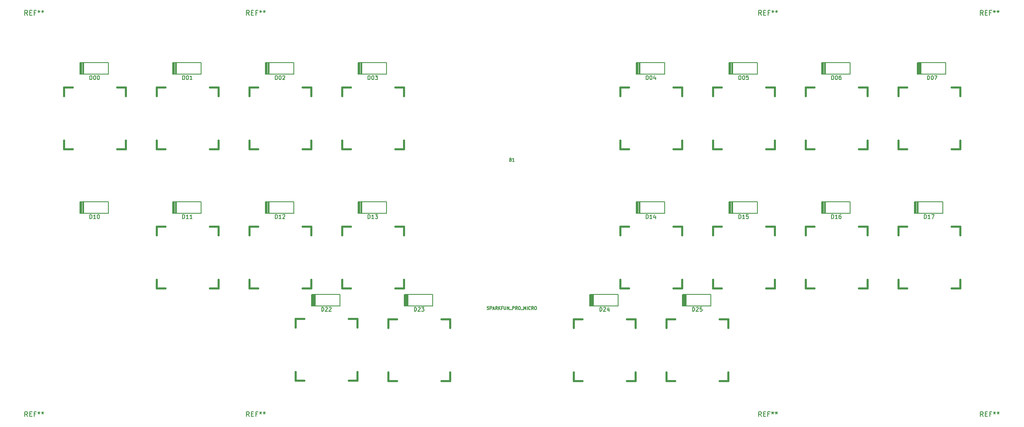
<source format=gbr>
%TF.GenerationSoftware,KiCad,Pcbnew,(5.1.10)-1*%
%TF.CreationDate,2021-10-15T02:03:15+09:00*%
%TF.ProjectId,orca_keyboard,6f726361-5f6b-4657-9962-6f6172642e6b,rev?*%
%TF.SameCoordinates,Original*%
%TF.FileFunction,Legend,Top*%
%TF.FilePolarity,Positive*%
%FSLAX46Y46*%
G04 Gerber Fmt 4.6, Leading zero omitted, Abs format (unit mm)*
G04 Created by KiCad (PCBNEW (5.1.10)-1) date 2021-10-15 02:03:15*
%MOMM*%
%LPD*%
G01*
G04 APERTURE LIST*
%ADD10C,0.200000*%
%ADD11C,0.381000*%
%ADD12C,0.150000*%
%ADD13C,0.127000*%
G04 APERTURE END LIST*
D10*
%TO.C,D00*%
X14235000Y80575000D02*
X14235000Y78175000D01*
X14060000Y80575000D02*
X14060000Y78175000D01*
X13885000Y80575000D02*
X13885000Y78175000D01*
X13485000Y78175000D02*
X13485000Y80575000D01*
X13710000Y80575000D02*
X13710000Y78175000D01*
X13585000Y80575000D02*
X13585000Y78175000D01*
X13510000Y80575000D02*
X19310000Y80575000D01*
X19310000Y80575000D02*
X19310000Y78175000D01*
X19310000Y78175000D02*
X13510000Y78175000D01*
%TO.C,D01*%
X38360000Y78175000D02*
X32560000Y78175000D01*
X38360000Y80575000D02*
X38360000Y78175000D01*
X32560000Y80575000D02*
X38360000Y80575000D01*
X32635000Y80575000D02*
X32635000Y78175000D01*
X32760000Y80575000D02*
X32760000Y78175000D01*
X32535000Y78175000D02*
X32535000Y80575000D01*
X32935000Y80575000D02*
X32935000Y78175000D01*
X33110000Y80575000D02*
X33110000Y78175000D01*
X33285000Y80575000D02*
X33285000Y78175000D01*
%TO.C,D02*%
X52335000Y80575000D02*
X52335000Y78175000D01*
X52160000Y80575000D02*
X52160000Y78175000D01*
X51985000Y80575000D02*
X51985000Y78175000D01*
X51585000Y78175000D02*
X51585000Y80575000D01*
X51810000Y80575000D02*
X51810000Y78175000D01*
X51685000Y80575000D02*
X51685000Y78175000D01*
X51610000Y80575000D02*
X57410000Y80575000D01*
X57410000Y80575000D02*
X57410000Y78175000D01*
X57410000Y78175000D02*
X51610000Y78175000D01*
%TO.C,D03*%
X76460000Y78175000D02*
X70660000Y78175000D01*
X76460000Y80575000D02*
X76460000Y78175000D01*
X70660000Y80575000D02*
X76460000Y80575000D01*
X70735000Y80575000D02*
X70735000Y78175000D01*
X70860000Y80575000D02*
X70860000Y78175000D01*
X70635000Y78175000D02*
X70635000Y80575000D01*
X71035000Y80575000D02*
X71035000Y78175000D01*
X71210000Y80575000D02*
X71210000Y78175000D01*
X71385000Y80575000D02*
X71385000Y78175000D01*
%TO.C,D04*%
X133610000Y78175000D02*
X127810000Y78175000D01*
X133610000Y80575000D02*
X133610000Y78175000D01*
X127810000Y80575000D02*
X133610000Y80575000D01*
X127885000Y80575000D02*
X127885000Y78175000D01*
X128010000Y80575000D02*
X128010000Y78175000D01*
X127785000Y78175000D02*
X127785000Y80575000D01*
X128185000Y80575000D02*
X128185000Y78175000D01*
X128360000Y80575000D02*
X128360000Y78175000D01*
X128535000Y80575000D02*
X128535000Y78175000D01*
%TO.C,D05*%
X152660000Y78175000D02*
X146860000Y78175000D01*
X152660000Y80575000D02*
X152660000Y78175000D01*
X146860000Y80575000D02*
X152660000Y80575000D01*
X146935000Y80575000D02*
X146935000Y78175000D01*
X147060000Y80575000D02*
X147060000Y78175000D01*
X146835000Y78175000D02*
X146835000Y80575000D01*
X147235000Y80575000D02*
X147235000Y78175000D01*
X147410000Y80575000D02*
X147410000Y78175000D01*
X147585000Y80575000D02*
X147585000Y78175000D01*
%TO.C,D06*%
X166635000Y80575000D02*
X166635000Y78175000D01*
X166460000Y80575000D02*
X166460000Y78175000D01*
X166285000Y80575000D02*
X166285000Y78175000D01*
X165885000Y78175000D02*
X165885000Y80575000D01*
X166110000Y80575000D02*
X166110000Y78175000D01*
X165985000Y80575000D02*
X165985000Y78175000D01*
X165910000Y80575000D02*
X171710000Y80575000D01*
X171710000Y80575000D02*
X171710000Y78175000D01*
X171710000Y78175000D02*
X165910000Y78175000D01*
%TO.C,D07*%
X191395000Y78175000D02*
X185595000Y78175000D01*
X191395000Y80575000D02*
X191395000Y78175000D01*
X185595000Y80575000D02*
X191395000Y80575000D01*
X185670000Y80575000D02*
X185670000Y78175000D01*
X185795000Y80575000D02*
X185795000Y78175000D01*
X185570000Y78175000D02*
X185570000Y80575000D01*
X185970000Y80575000D02*
X185970000Y78175000D01*
X186145000Y80575000D02*
X186145000Y78175000D01*
X186320000Y80575000D02*
X186320000Y78175000D01*
%TO.C,D10*%
X14235000Y52000000D02*
X14235000Y49600000D01*
X14060000Y52000000D02*
X14060000Y49600000D01*
X13885000Y52000000D02*
X13885000Y49600000D01*
X13485000Y49600000D02*
X13485000Y52000000D01*
X13710000Y52000000D02*
X13710000Y49600000D01*
X13585000Y52000000D02*
X13585000Y49600000D01*
X13510000Y52000000D02*
X19310000Y52000000D01*
X19310000Y52000000D02*
X19310000Y49600000D01*
X19310000Y49600000D02*
X13510000Y49600000D01*
%TO.C,D11*%
X38360000Y49600000D02*
X32560000Y49600000D01*
X38360000Y52000000D02*
X38360000Y49600000D01*
X32560000Y52000000D02*
X38360000Y52000000D01*
X32635000Y52000000D02*
X32635000Y49600000D01*
X32760000Y52000000D02*
X32760000Y49600000D01*
X32535000Y49600000D02*
X32535000Y52000000D01*
X32935000Y52000000D02*
X32935000Y49600000D01*
X33110000Y52000000D02*
X33110000Y49600000D01*
X33285000Y52000000D02*
X33285000Y49600000D01*
%TO.C,D12*%
X57410000Y49600000D02*
X51610000Y49600000D01*
X57410000Y52000000D02*
X57410000Y49600000D01*
X51610000Y52000000D02*
X57410000Y52000000D01*
X51685000Y52000000D02*
X51685000Y49600000D01*
X51810000Y52000000D02*
X51810000Y49600000D01*
X51585000Y49600000D02*
X51585000Y52000000D01*
X51985000Y52000000D02*
X51985000Y49600000D01*
X52160000Y52000000D02*
X52160000Y49600000D01*
X52335000Y52000000D02*
X52335000Y49600000D01*
%TO.C,D13*%
X71385000Y52000000D02*
X71385000Y49600000D01*
X71210000Y52000000D02*
X71210000Y49600000D01*
X71035000Y52000000D02*
X71035000Y49600000D01*
X70635000Y49600000D02*
X70635000Y52000000D01*
X70860000Y52000000D02*
X70860000Y49600000D01*
X70735000Y52000000D02*
X70735000Y49600000D01*
X70660000Y52000000D02*
X76460000Y52000000D01*
X76460000Y52000000D02*
X76460000Y49600000D01*
X76460000Y49600000D02*
X70660000Y49600000D01*
%TO.C,D14*%
X128535000Y52000000D02*
X128535000Y49600000D01*
X128360000Y52000000D02*
X128360000Y49600000D01*
X128185000Y52000000D02*
X128185000Y49600000D01*
X127785000Y49600000D02*
X127785000Y52000000D01*
X128010000Y52000000D02*
X128010000Y49600000D01*
X127885000Y52000000D02*
X127885000Y49600000D01*
X127810000Y52000000D02*
X133610000Y52000000D01*
X133610000Y52000000D02*
X133610000Y49600000D01*
X133610000Y49600000D02*
X127810000Y49600000D01*
%TO.C,D15*%
X152660000Y49600000D02*
X146860000Y49600000D01*
X152660000Y52000000D02*
X152660000Y49600000D01*
X146860000Y52000000D02*
X152660000Y52000000D01*
X146935000Y52000000D02*
X146935000Y49600000D01*
X147060000Y52000000D02*
X147060000Y49600000D01*
X146835000Y49600000D02*
X146835000Y52000000D01*
X147235000Y52000000D02*
X147235000Y49600000D01*
X147410000Y52000000D02*
X147410000Y49600000D01*
X147585000Y52000000D02*
X147585000Y49600000D01*
%TO.C,D16*%
X171710000Y49600000D02*
X165910000Y49600000D01*
X171710000Y52000000D02*
X171710000Y49600000D01*
X165910000Y52000000D02*
X171710000Y52000000D01*
X165985000Y52000000D02*
X165985000Y49600000D01*
X166110000Y52000000D02*
X166110000Y49600000D01*
X165885000Y49600000D02*
X165885000Y52000000D01*
X166285000Y52000000D02*
X166285000Y49600000D01*
X166460000Y52000000D02*
X166460000Y49600000D01*
X166635000Y52000000D02*
X166635000Y49600000D01*
%TO.C,D17*%
X185685000Y52000000D02*
X185685000Y49600000D01*
X185510000Y52000000D02*
X185510000Y49600000D01*
X185335000Y52000000D02*
X185335000Y49600000D01*
X184935000Y49600000D02*
X184935000Y52000000D01*
X185160000Y52000000D02*
X185160000Y49600000D01*
X185035000Y52000000D02*
X185035000Y49600000D01*
X184960000Y52000000D02*
X190760000Y52000000D01*
X190760000Y52000000D02*
X190760000Y49600000D01*
X190760000Y49600000D02*
X184960000Y49600000D01*
%TO.C,D22*%
X66935000Y30550000D02*
X61135000Y30550000D01*
X66935000Y32950000D02*
X66935000Y30550000D01*
X61135000Y32950000D02*
X66935000Y32950000D01*
X61210000Y32950000D02*
X61210000Y30550000D01*
X61335000Y32950000D02*
X61335000Y30550000D01*
X61110000Y30550000D02*
X61110000Y32950000D01*
X61510000Y32950000D02*
X61510000Y30550000D01*
X61685000Y32950000D02*
X61685000Y30550000D01*
X61860000Y32950000D02*
X61860000Y30550000D01*
%TO.C,D23*%
X80910000Y32950000D02*
X80910000Y30550000D01*
X80735000Y32950000D02*
X80735000Y30550000D01*
X80560000Y32950000D02*
X80560000Y30550000D01*
X80160000Y30550000D02*
X80160000Y32950000D01*
X80385000Y32950000D02*
X80385000Y30550000D01*
X80260000Y32950000D02*
X80260000Y30550000D01*
X80185000Y32950000D02*
X85985000Y32950000D01*
X85985000Y32950000D02*
X85985000Y30550000D01*
X85985000Y30550000D02*
X80185000Y30550000D01*
%TO.C,D24*%
X119010000Y32950000D02*
X119010000Y30550000D01*
X118835000Y32950000D02*
X118835000Y30550000D01*
X118660000Y32950000D02*
X118660000Y30550000D01*
X118260000Y30550000D02*
X118260000Y32950000D01*
X118485000Y32950000D02*
X118485000Y30550000D01*
X118360000Y32950000D02*
X118360000Y30550000D01*
X118285000Y32950000D02*
X124085000Y32950000D01*
X124085000Y32950000D02*
X124085000Y30550000D01*
X124085000Y30550000D02*
X118285000Y30550000D01*
%TO.C,D25*%
X138060000Y32950000D02*
X138060000Y30550000D01*
X137885000Y32950000D02*
X137885000Y30550000D01*
X137710000Y32950000D02*
X137710000Y30550000D01*
X137310000Y30550000D02*
X137310000Y32950000D01*
X137535000Y32950000D02*
X137535000Y30550000D01*
X137410000Y32950000D02*
X137410000Y30550000D01*
X137335000Y32950000D02*
X143135000Y32950000D01*
X143135000Y32950000D02*
X143135000Y30550000D01*
X143135000Y30550000D02*
X137335000Y30550000D01*
D11*
%TO.C,K00*%
X10180000Y75480000D02*
X11958000Y75480000D01*
X21102000Y75480000D02*
X22880000Y75480000D01*
X22880000Y75480000D02*
X22880000Y73702000D01*
X22880000Y64558000D02*
X22880000Y62780000D01*
X22880000Y62780000D02*
X21102000Y62780000D01*
X11958000Y62780000D02*
X10180000Y62780000D01*
X10180000Y62780000D02*
X10180000Y64558000D01*
X10180000Y73702000D02*
X10180000Y75480000D01*
%TO.C,K01*%
X29230000Y73702000D02*
X29230000Y75480000D01*
X29230000Y62780000D02*
X29230000Y64558000D01*
X31008000Y62780000D02*
X29230000Y62780000D01*
X41930000Y62780000D02*
X40152000Y62780000D01*
X41930000Y64558000D02*
X41930000Y62780000D01*
X41930000Y75480000D02*
X41930000Y73702000D01*
X40152000Y75480000D02*
X41930000Y75480000D01*
X29230000Y75480000D02*
X31008000Y75480000D01*
%TO.C,K02*%
X48280000Y75480000D02*
X50058000Y75480000D01*
X59202000Y75480000D02*
X60980000Y75480000D01*
X60980000Y75480000D02*
X60980000Y73702000D01*
X60980000Y64558000D02*
X60980000Y62780000D01*
X60980000Y62780000D02*
X59202000Y62780000D01*
X50058000Y62780000D02*
X48280000Y62780000D01*
X48280000Y62780000D02*
X48280000Y64558000D01*
X48280000Y73702000D02*
X48280000Y75480000D01*
%TO.C,K03*%
X67330000Y73702000D02*
X67330000Y75480000D01*
X67330000Y62780000D02*
X67330000Y64558000D01*
X69108000Y62780000D02*
X67330000Y62780000D01*
X80030000Y62780000D02*
X78252000Y62780000D01*
X80030000Y64558000D02*
X80030000Y62780000D01*
X80030000Y75480000D02*
X80030000Y73702000D01*
X78252000Y75480000D02*
X80030000Y75480000D01*
X67330000Y75480000D02*
X69108000Y75480000D01*
%TO.C,K04*%
X124480000Y75480000D02*
X126258000Y75480000D01*
X135402000Y75480000D02*
X137180000Y75480000D01*
X137180000Y75480000D02*
X137180000Y73702000D01*
X137180000Y64558000D02*
X137180000Y62780000D01*
X137180000Y62780000D02*
X135402000Y62780000D01*
X126258000Y62780000D02*
X124480000Y62780000D01*
X124480000Y62780000D02*
X124480000Y64558000D01*
X124480000Y73702000D02*
X124480000Y75480000D01*
%TO.C,K05*%
X143530000Y73702000D02*
X143530000Y75480000D01*
X143530000Y62780000D02*
X143530000Y64558000D01*
X145308000Y62780000D02*
X143530000Y62780000D01*
X156230000Y62780000D02*
X154452000Y62780000D01*
X156230000Y64558000D02*
X156230000Y62780000D01*
X156230000Y75480000D02*
X156230000Y73702000D01*
X154452000Y75480000D02*
X156230000Y75480000D01*
X143530000Y75480000D02*
X145308000Y75480000D01*
%TO.C,K06*%
X162580000Y75480000D02*
X164358000Y75480000D01*
X173502000Y75480000D02*
X175280000Y75480000D01*
X175280000Y75480000D02*
X175280000Y73702000D01*
X175280000Y64558000D02*
X175280000Y62780000D01*
X175280000Y62780000D02*
X173502000Y62780000D01*
X164358000Y62780000D02*
X162580000Y62780000D01*
X162580000Y62780000D02*
X162580000Y64558000D01*
X162580000Y73702000D02*
X162580000Y75480000D01*
%TO.C,K07*%
X181630000Y73702000D02*
X181630000Y75480000D01*
X181630000Y62780000D02*
X181630000Y64558000D01*
X183408000Y62780000D02*
X181630000Y62780000D01*
X194330000Y62780000D02*
X192552000Y62780000D01*
X194330000Y64558000D02*
X194330000Y62780000D01*
X194330000Y75480000D02*
X194330000Y73702000D01*
X192552000Y75480000D02*
X194330000Y75480000D01*
X181630000Y75480000D02*
X183408000Y75480000D01*
%TO.C,K11*%
X29230000Y46900000D02*
X31008000Y46900000D01*
X40152000Y46900000D02*
X41930000Y46900000D01*
X41930000Y46900000D02*
X41930000Y45122000D01*
X41930000Y35978000D02*
X41930000Y34200000D01*
X41930000Y34200000D02*
X40152000Y34200000D01*
X31008000Y34200000D02*
X29230000Y34200000D01*
X29230000Y34200000D02*
X29230000Y35978000D01*
X29230000Y45122000D02*
X29230000Y46900000D01*
%TO.C,K12*%
X48280000Y45122000D02*
X48280000Y46900000D01*
X48280000Y34200000D02*
X48280000Y35978000D01*
X50058000Y34200000D02*
X48280000Y34200000D01*
X60980000Y34200000D02*
X59202000Y34200000D01*
X60980000Y35978000D02*
X60980000Y34200000D01*
X60980000Y46900000D02*
X60980000Y45122000D01*
X59202000Y46900000D02*
X60980000Y46900000D01*
X48280000Y46900000D02*
X50058000Y46900000D01*
%TO.C,K13*%
X67330000Y46900000D02*
X69108000Y46900000D01*
X78252000Y46900000D02*
X80030000Y46900000D01*
X80030000Y46900000D02*
X80030000Y45122000D01*
X80030000Y35978000D02*
X80030000Y34200000D01*
X80030000Y34200000D02*
X78252000Y34200000D01*
X69108000Y34200000D02*
X67330000Y34200000D01*
X67330000Y34200000D02*
X67330000Y35978000D01*
X67330000Y45122000D02*
X67330000Y46900000D01*
%TO.C,K14*%
X124480000Y45122000D02*
X124480000Y46900000D01*
X124480000Y34200000D02*
X124480000Y35978000D01*
X126258000Y34200000D02*
X124480000Y34200000D01*
X137180000Y34200000D02*
X135402000Y34200000D01*
X137180000Y35978000D02*
X137180000Y34200000D01*
X137180000Y46900000D02*
X137180000Y45122000D01*
X135402000Y46900000D02*
X137180000Y46900000D01*
X124480000Y46900000D02*
X126258000Y46900000D01*
%TO.C,K15*%
X143530000Y46900000D02*
X145308000Y46900000D01*
X154452000Y46900000D02*
X156230000Y46900000D01*
X156230000Y46900000D02*
X156230000Y45122000D01*
X156230000Y35978000D02*
X156230000Y34200000D01*
X156230000Y34200000D02*
X154452000Y34200000D01*
X145308000Y34200000D02*
X143530000Y34200000D01*
X143530000Y34200000D02*
X143530000Y35978000D01*
X143530000Y45122000D02*
X143530000Y46900000D01*
%TO.C,K16*%
X162580000Y45122000D02*
X162580000Y46900000D01*
X162580000Y34200000D02*
X162580000Y35978000D01*
X164358000Y34200000D02*
X162580000Y34200000D01*
X175280000Y34200000D02*
X173502000Y34200000D01*
X175280000Y35978000D02*
X175280000Y34200000D01*
X175280000Y46900000D02*
X175280000Y45122000D01*
X173502000Y46900000D02*
X175280000Y46900000D01*
X162580000Y46900000D02*
X164358000Y46900000D01*
%TO.C,K17*%
X181630000Y46900000D02*
X183408000Y46900000D01*
X192552000Y46900000D02*
X194330000Y46900000D01*
X194330000Y46900000D02*
X194330000Y45122000D01*
X194330000Y35978000D02*
X194330000Y34200000D01*
X194330000Y34200000D02*
X192552000Y34200000D01*
X183408000Y34200000D02*
X181630000Y34200000D01*
X181630000Y34200000D02*
X181630000Y35978000D01*
X181630000Y45122000D02*
X181630000Y46900000D01*
%TO.C,K22*%
X57800000Y26122000D02*
X57800000Y27900000D01*
X57800000Y15200000D02*
X57800000Y16978000D01*
X59578000Y15200000D02*
X57800000Y15200000D01*
X70500000Y15200000D02*
X68722000Y15200000D01*
X70500000Y16978000D02*
X70500000Y15200000D01*
X70500000Y27900000D02*
X70500000Y26122000D01*
X68722000Y27900000D02*
X70500000Y27900000D01*
X57800000Y27900000D02*
X59578000Y27900000D01*
%TO.C,K23*%
X76850000Y26072000D02*
X76850000Y27850000D01*
X76850000Y15150000D02*
X76850000Y16928000D01*
X78628000Y15150000D02*
X76850000Y15150000D01*
X89550000Y15150000D02*
X87772000Y15150000D01*
X89550000Y16928000D02*
X89550000Y15150000D01*
X89550000Y27850000D02*
X89550000Y26072000D01*
X87772000Y27850000D02*
X89550000Y27850000D01*
X76850000Y27850000D02*
X78628000Y27850000D01*
%TO.C,K24*%
X114950000Y27850000D02*
X116728000Y27850000D01*
X125872000Y27850000D02*
X127650000Y27850000D01*
X127650000Y27850000D02*
X127650000Y26072000D01*
X127650000Y16928000D02*
X127650000Y15150000D01*
X127650000Y15150000D02*
X125872000Y15150000D01*
X116728000Y15150000D02*
X114950000Y15150000D01*
X114950000Y15150000D02*
X114950000Y16928000D01*
X114950000Y26072000D02*
X114950000Y27850000D01*
%TO.C,K25*%
X134000000Y27850000D02*
X135778000Y27850000D01*
X144922000Y27850000D02*
X146700000Y27850000D01*
X146700000Y27850000D02*
X146700000Y26072000D01*
X146700000Y16928000D02*
X146700000Y15150000D01*
X146700000Y15150000D02*
X144922000Y15150000D01*
X135778000Y15150000D02*
X134000000Y15150000D01*
X134000000Y15150000D02*
X134000000Y16928000D01*
X134000000Y26072000D02*
X134000000Y27850000D01*
%TO.C,REF\u002A\u002A*%
D12*
X199066666Y90327619D02*
X198733333Y90803809D01*
X198495238Y90327619D02*
X198495238Y91327619D01*
X198876190Y91327619D01*
X198971428Y91280000D01*
X199019047Y91232380D01*
X199066666Y91137142D01*
X199066666Y90994285D01*
X199019047Y90899047D01*
X198971428Y90851428D01*
X198876190Y90803809D01*
X198495238Y90803809D01*
X199495238Y90851428D02*
X199828571Y90851428D01*
X199971428Y90327619D02*
X199495238Y90327619D01*
X199495238Y91327619D01*
X199971428Y91327619D01*
X200733333Y90851428D02*
X200400000Y90851428D01*
X200400000Y90327619D02*
X200400000Y91327619D01*
X200876190Y91327619D01*
X201400000Y91327619D02*
X201400000Y91089523D01*
X201161904Y91184761D02*
X201400000Y91089523D01*
X201638095Y91184761D01*
X201257142Y90899047D02*
X201400000Y91089523D01*
X201542857Y90899047D01*
X202161904Y91327619D02*
X202161904Y91089523D01*
X201923809Y91184761D02*
X202161904Y91089523D01*
X202400000Y91184761D01*
X202019047Y90899047D02*
X202161904Y91089523D01*
X202304761Y90899047D01*
X153526666Y90327619D02*
X153193333Y90803809D01*
X152955238Y90327619D02*
X152955238Y91327619D01*
X153336190Y91327619D01*
X153431428Y91280000D01*
X153479047Y91232380D01*
X153526666Y91137142D01*
X153526666Y90994285D01*
X153479047Y90899047D01*
X153431428Y90851428D01*
X153336190Y90803809D01*
X152955238Y90803809D01*
X153955238Y90851428D02*
X154288571Y90851428D01*
X154431428Y90327619D02*
X153955238Y90327619D01*
X153955238Y91327619D01*
X154431428Y91327619D01*
X155193333Y90851428D02*
X154860000Y90851428D01*
X154860000Y90327619D02*
X154860000Y91327619D01*
X155336190Y91327619D01*
X155860000Y91327619D02*
X155860000Y91089523D01*
X155621904Y91184761D02*
X155860000Y91089523D01*
X156098095Y91184761D01*
X155717142Y90899047D02*
X155860000Y91089523D01*
X156002857Y90899047D01*
X156621904Y91327619D02*
X156621904Y91089523D01*
X156383809Y91184761D02*
X156621904Y91089523D01*
X156860000Y91184761D01*
X156479047Y90899047D02*
X156621904Y91089523D01*
X156764761Y90899047D01*
X48286666Y90337619D02*
X47953333Y90813809D01*
X47715238Y90337619D02*
X47715238Y91337619D01*
X48096190Y91337619D01*
X48191428Y91290000D01*
X48239047Y91242380D01*
X48286666Y91147142D01*
X48286666Y91004285D01*
X48239047Y90909047D01*
X48191428Y90861428D01*
X48096190Y90813809D01*
X47715238Y90813809D01*
X48715238Y90861428D02*
X49048571Y90861428D01*
X49191428Y90337619D02*
X48715238Y90337619D01*
X48715238Y91337619D01*
X49191428Y91337619D01*
X49953333Y90861428D02*
X49620000Y90861428D01*
X49620000Y90337619D02*
X49620000Y91337619D01*
X50096190Y91337619D01*
X50620000Y91337619D02*
X50620000Y91099523D01*
X50381904Y91194761D02*
X50620000Y91099523D01*
X50858095Y91194761D01*
X50477142Y90909047D02*
X50620000Y91099523D01*
X50762857Y90909047D01*
X51381904Y91337619D02*
X51381904Y91099523D01*
X51143809Y91194761D02*
X51381904Y91099523D01*
X51620000Y91194761D01*
X51239047Y90909047D02*
X51381904Y91099523D01*
X51524761Y90909047D01*
X2736666Y90327619D02*
X2403333Y90803809D01*
X2165238Y90327619D02*
X2165238Y91327619D01*
X2546190Y91327619D01*
X2641428Y91280000D01*
X2689047Y91232380D01*
X2736666Y91137142D01*
X2736666Y90994285D01*
X2689047Y90899047D01*
X2641428Y90851428D01*
X2546190Y90803809D01*
X2165238Y90803809D01*
X3165238Y90851428D02*
X3498571Y90851428D01*
X3641428Y90327619D02*
X3165238Y90327619D01*
X3165238Y91327619D01*
X3641428Y91327619D01*
X4403333Y90851428D02*
X4069999Y90851428D01*
X4069999Y90327619D02*
X4069999Y91327619D01*
X4546190Y91327619D01*
X5070000Y91327619D02*
X5070000Y91089523D01*
X4831904Y91184761D02*
X5070000Y91089523D01*
X5308095Y91184761D01*
X4927142Y90899047D02*
X5070000Y91089523D01*
X5212857Y90899047D01*
X5831904Y91327619D02*
X5831904Y91089523D01*
X5593809Y91184761D02*
X5831904Y91089523D01*
X6070000Y91184761D01*
X5689047Y90899047D02*
X5831904Y91089523D01*
X5974761Y90899047D01*
X199076666Y7817619D02*
X198743333Y8293809D01*
X198505238Y7817619D02*
X198505238Y8817619D01*
X198886190Y8817619D01*
X198981428Y8770000D01*
X199029047Y8722380D01*
X199076666Y8627142D01*
X199076666Y8484285D01*
X199029047Y8389047D01*
X198981428Y8341428D01*
X198886190Y8293809D01*
X198505238Y8293809D01*
X199505238Y8341428D02*
X199838571Y8341428D01*
X199981428Y7817619D02*
X199505238Y7817619D01*
X199505238Y8817619D01*
X199981428Y8817619D01*
X200743333Y8341428D02*
X200410000Y8341428D01*
X200410000Y7817619D02*
X200410000Y8817619D01*
X200886190Y8817619D01*
X201410000Y8817619D02*
X201410000Y8579523D01*
X201171904Y8674761D02*
X201410000Y8579523D01*
X201648095Y8674761D01*
X201267142Y8389047D02*
X201410000Y8579523D01*
X201552857Y8389047D01*
X202171904Y8817619D02*
X202171904Y8579523D01*
X201933809Y8674761D02*
X202171904Y8579523D01*
X202410000Y8674761D01*
X202029047Y8389047D02*
X202171904Y8579523D01*
X202314761Y8389047D01*
X153506666Y7817619D02*
X153173333Y8293809D01*
X152935238Y7817619D02*
X152935238Y8817619D01*
X153316190Y8817619D01*
X153411428Y8770000D01*
X153459047Y8722380D01*
X153506666Y8627142D01*
X153506666Y8484285D01*
X153459047Y8389047D01*
X153411428Y8341428D01*
X153316190Y8293809D01*
X152935238Y8293809D01*
X153935238Y8341428D02*
X154268571Y8341428D01*
X154411428Y7817619D02*
X153935238Y7817619D01*
X153935238Y8817619D01*
X154411428Y8817619D01*
X155173333Y8341428D02*
X154840000Y8341428D01*
X154840000Y7817619D02*
X154840000Y8817619D01*
X155316190Y8817619D01*
X155840000Y8817619D02*
X155840000Y8579523D01*
X155601904Y8674761D02*
X155840000Y8579523D01*
X156078095Y8674761D01*
X155697142Y8389047D02*
X155840000Y8579523D01*
X155982857Y8389047D01*
X156601904Y8817619D02*
X156601904Y8579523D01*
X156363809Y8674761D02*
X156601904Y8579523D01*
X156840000Y8674761D01*
X156459047Y8389047D02*
X156601904Y8579523D01*
X156744761Y8389047D01*
X48286666Y7817619D02*
X47953333Y8293809D01*
X47715238Y7817619D02*
X47715238Y8817619D01*
X48096190Y8817619D01*
X48191428Y8770000D01*
X48239047Y8722380D01*
X48286666Y8627142D01*
X48286666Y8484285D01*
X48239047Y8389047D01*
X48191428Y8341428D01*
X48096190Y8293809D01*
X47715238Y8293809D01*
X48715238Y8341428D02*
X49048571Y8341428D01*
X49191428Y7817619D02*
X48715238Y7817619D01*
X48715238Y8817619D01*
X49191428Y8817619D01*
X49953333Y8341428D02*
X49620000Y8341428D01*
X49620000Y7817619D02*
X49620000Y8817619D01*
X50096190Y8817619D01*
X50620000Y8817619D02*
X50620000Y8579523D01*
X50381904Y8674761D02*
X50620000Y8579523D01*
X50858095Y8674761D01*
X50477142Y8389047D02*
X50620000Y8579523D01*
X50762857Y8389047D01*
X51381904Y8817619D02*
X51381904Y8579523D01*
X51143809Y8674761D02*
X51381904Y8579523D01*
X51620000Y8674761D01*
X51239047Y8389047D02*
X51381904Y8579523D01*
X51524761Y8389047D01*
X2736666Y7817619D02*
X2403333Y8293809D01*
X2165238Y7817619D02*
X2165238Y8817619D01*
X2546190Y8817619D01*
X2641428Y8770000D01*
X2689047Y8722380D01*
X2736666Y8627142D01*
X2736666Y8484285D01*
X2689047Y8389047D01*
X2641428Y8341428D01*
X2546190Y8293809D01*
X2165238Y8293809D01*
X3165238Y8341428D02*
X3498571Y8341428D01*
X3641428Y7817619D02*
X3165238Y7817619D01*
X3165238Y8817619D01*
X3641428Y8817619D01*
X4403333Y8341428D02*
X4069999Y8341428D01*
X4069999Y7817619D02*
X4069999Y8817619D01*
X4546190Y8817619D01*
X5070000Y8817619D02*
X5070000Y8579523D01*
X4831904Y8674761D02*
X5070000Y8579523D01*
X5308095Y8674761D01*
X4927142Y8389047D02*
X5070000Y8579523D01*
X5212857Y8389047D01*
X5831904Y8817619D02*
X5831904Y8579523D01*
X5593809Y8674761D02*
X5831904Y8579523D01*
X6070000Y8674761D01*
X5689047Y8389047D02*
X5831904Y8579523D01*
X5974761Y8389047D01*
%TO.C,B1*%
D13*
X101993257Y60613542D02*
X102080342Y60584514D01*
X102109371Y60555485D01*
X102138400Y60497428D01*
X102138400Y60410342D01*
X102109371Y60352285D01*
X102080342Y60323257D01*
X102022285Y60294228D01*
X101790057Y60294228D01*
X101790057Y60903828D01*
X101993257Y60903828D01*
X102051314Y60874800D01*
X102080342Y60845771D01*
X102109371Y60787714D01*
X102109371Y60729657D01*
X102080342Y60671600D01*
X102051314Y60642571D01*
X101993257Y60613542D01*
X101790057Y60613542D01*
X102718971Y60294228D02*
X102370628Y60294228D01*
X102544800Y60294228D02*
X102544800Y60903828D01*
X102486742Y60816742D01*
X102428685Y60758685D01*
X102370628Y60729657D01*
X97174514Y29843257D02*
X97261600Y29814228D01*
X97406742Y29814228D01*
X97464800Y29843257D01*
X97493828Y29872285D01*
X97522857Y29930342D01*
X97522857Y29988400D01*
X97493828Y30046457D01*
X97464800Y30075485D01*
X97406742Y30104514D01*
X97290628Y30133542D01*
X97232571Y30162571D01*
X97203542Y30191600D01*
X97174514Y30249657D01*
X97174514Y30307714D01*
X97203542Y30365771D01*
X97232571Y30394800D01*
X97290628Y30423828D01*
X97435771Y30423828D01*
X97522857Y30394800D01*
X97784114Y29814228D02*
X97784114Y30423828D01*
X98016342Y30423828D01*
X98074400Y30394800D01*
X98103428Y30365771D01*
X98132457Y30307714D01*
X98132457Y30220628D01*
X98103428Y30162571D01*
X98074400Y30133542D01*
X98016342Y30104514D01*
X97784114Y30104514D01*
X98364685Y29988400D02*
X98654971Y29988400D01*
X98306628Y29814228D02*
X98509828Y30423828D01*
X98713028Y29814228D01*
X99264571Y29814228D02*
X99061371Y30104514D01*
X98916228Y29814228D02*
X98916228Y30423828D01*
X99148457Y30423828D01*
X99206514Y30394800D01*
X99235542Y30365771D01*
X99264571Y30307714D01*
X99264571Y30220628D01*
X99235542Y30162571D01*
X99206514Y30133542D01*
X99148457Y30104514D01*
X98916228Y30104514D01*
X99525828Y29814228D02*
X99525828Y30423828D01*
X99874171Y29814228D02*
X99612914Y30162571D01*
X99874171Y30423828D02*
X99525828Y30075485D01*
X100338628Y30133542D02*
X100135428Y30133542D01*
X100135428Y29814228D02*
X100135428Y30423828D01*
X100425714Y30423828D01*
X100657942Y30423828D02*
X100657942Y29930342D01*
X100686971Y29872285D01*
X100716000Y29843257D01*
X100774057Y29814228D01*
X100890171Y29814228D01*
X100948228Y29843257D01*
X100977257Y29872285D01*
X101006285Y29930342D01*
X101006285Y30423828D01*
X101296571Y29814228D02*
X101296571Y30423828D01*
X101644914Y29814228D01*
X101644914Y30423828D01*
X101790057Y29756171D02*
X102254514Y29756171D01*
X102399657Y29814228D02*
X102399657Y30423828D01*
X102631885Y30423828D01*
X102689942Y30394800D01*
X102718971Y30365771D01*
X102748000Y30307714D01*
X102748000Y30220628D01*
X102718971Y30162571D01*
X102689942Y30133542D01*
X102631885Y30104514D01*
X102399657Y30104514D01*
X103357600Y29814228D02*
X103154400Y30104514D01*
X103009257Y29814228D02*
X103009257Y30423828D01*
X103241485Y30423828D01*
X103299542Y30394800D01*
X103328571Y30365771D01*
X103357600Y30307714D01*
X103357600Y30220628D01*
X103328571Y30162571D01*
X103299542Y30133542D01*
X103241485Y30104514D01*
X103009257Y30104514D01*
X103734971Y30423828D02*
X103851085Y30423828D01*
X103909142Y30394800D01*
X103967200Y30336742D01*
X103996228Y30220628D01*
X103996228Y30017428D01*
X103967200Y29901314D01*
X103909142Y29843257D01*
X103851085Y29814228D01*
X103734971Y29814228D01*
X103676914Y29843257D01*
X103618857Y29901314D01*
X103589828Y30017428D01*
X103589828Y30220628D01*
X103618857Y30336742D01*
X103676914Y30394800D01*
X103734971Y30423828D01*
X104112342Y29756171D02*
X104576800Y29756171D01*
X104721942Y29814228D02*
X104721942Y30423828D01*
X104925142Y29988400D01*
X105128342Y30423828D01*
X105128342Y29814228D01*
X105418628Y29814228D02*
X105418628Y30423828D01*
X106057257Y29872285D02*
X106028228Y29843257D01*
X105941142Y29814228D01*
X105883085Y29814228D01*
X105796000Y29843257D01*
X105737942Y29901314D01*
X105708914Y29959371D01*
X105679885Y30075485D01*
X105679885Y30162571D01*
X105708914Y30278685D01*
X105737942Y30336742D01*
X105796000Y30394800D01*
X105883085Y30423828D01*
X105941142Y30423828D01*
X106028228Y30394800D01*
X106057257Y30365771D01*
X106666857Y29814228D02*
X106463657Y30104514D01*
X106318514Y29814228D02*
X106318514Y30423828D01*
X106550742Y30423828D01*
X106608800Y30394800D01*
X106637828Y30365771D01*
X106666857Y30307714D01*
X106666857Y30220628D01*
X106637828Y30162571D01*
X106608800Y30133542D01*
X106550742Y30104514D01*
X106318514Y30104514D01*
X107044228Y30423828D02*
X107160342Y30423828D01*
X107218400Y30394800D01*
X107276457Y30336742D01*
X107305485Y30220628D01*
X107305485Y30017428D01*
X107276457Y29901314D01*
X107218400Y29843257D01*
X107160342Y29814228D01*
X107044228Y29814228D01*
X106986171Y29843257D01*
X106928114Y29901314D01*
X106899085Y30017428D01*
X106899085Y30220628D01*
X106928114Y30336742D01*
X106986171Y30394800D01*
X107044228Y30423828D01*
%TO.C,D00*%
D12*
X15538571Y77088095D02*
X15538571Y77888095D01*
X15729047Y77888095D01*
X15843333Y77850000D01*
X15919523Y77773809D01*
X15957619Y77697619D01*
X15995714Y77545238D01*
X15995714Y77430952D01*
X15957619Y77278571D01*
X15919523Y77202380D01*
X15843333Y77126190D01*
X15729047Y77088095D01*
X15538571Y77088095D01*
X16490952Y77888095D02*
X16567142Y77888095D01*
X16643333Y77850000D01*
X16681428Y77811904D01*
X16719523Y77735714D01*
X16757619Y77583333D01*
X16757619Y77392857D01*
X16719523Y77240476D01*
X16681428Y77164285D01*
X16643333Y77126190D01*
X16567142Y77088095D01*
X16490952Y77088095D01*
X16414761Y77126190D01*
X16376666Y77164285D01*
X16338571Y77240476D01*
X16300476Y77392857D01*
X16300476Y77583333D01*
X16338571Y77735714D01*
X16376666Y77811904D01*
X16414761Y77850000D01*
X16490952Y77888095D01*
X17252857Y77888095D02*
X17329047Y77888095D01*
X17405238Y77850000D01*
X17443333Y77811904D01*
X17481428Y77735714D01*
X17519523Y77583333D01*
X17519523Y77392857D01*
X17481428Y77240476D01*
X17443333Y77164285D01*
X17405238Y77126190D01*
X17329047Y77088095D01*
X17252857Y77088095D01*
X17176666Y77126190D01*
X17138571Y77164285D01*
X17100476Y77240476D01*
X17062380Y77392857D01*
X17062380Y77583333D01*
X17100476Y77735714D01*
X17138571Y77811904D01*
X17176666Y77850000D01*
X17252857Y77888095D01*
%TO.C,D01*%
X34588571Y77088095D02*
X34588571Y77888095D01*
X34779047Y77888095D01*
X34893333Y77850000D01*
X34969523Y77773809D01*
X35007619Y77697619D01*
X35045714Y77545238D01*
X35045714Y77430952D01*
X35007619Y77278571D01*
X34969523Y77202380D01*
X34893333Y77126190D01*
X34779047Y77088095D01*
X34588571Y77088095D01*
X35540952Y77888095D02*
X35617142Y77888095D01*
X35693333Y77850000D01*
X35731428Y77811904D01*
X35769523Y77735714D01*
X35807619Y77583333D01*
X35807619Y77392857D01*
X35769523Y77240476D01*
X35731428Y77164285D01*
X35693333Y77126190D01*
X35617142Y77088095D01*
X35540952Y77088095D01*
X35464761Y77126190D01*
X35426666Y77164285D01*
X35388571Y77240476D01*
X35350476Y77392857D01*
X35350476Y77583333D01*
X35388571Y77735714D01*
X35426666Y77811904D01*
X35464761Y77850000D01*
X35540952Y77888095D01*
X36569523Y77088095D02*
X36112380Y77088095D01*
X36340952Y77088095D02*
X36340952Y77888095D01*
X36264761Y77773809D01*
X36188571Y77697619D01*
X36112380Y77659523D01*
%TO.C,D02*%
X53638571Y77088095D02*
X53638571Y77888095D01*
X53829047Y77888095D01*
X53943333Y77850000D01*
X54019523Y77773809D01*
X54057619Y77697619D01*
X54095714Y77545238D01*
X54095714Y77430952D01*
X54057619Y77278571D01*
X54019523Y77202380D01*
X53943333Y77126190D01*
X53829047Y77088095D01*
X53638571Y77088095D01*
X54590952Y77888095D02*
X54667142Y77888095D01*
X54743333Y77850000D01*
X54781428Y77811904D01*
X54819523Y77735714D01*
X54857619Y77583333D01*
X54857619Y77392857D01*
X54819523Y77240476D01*
X54781428Y77164285D01*
X54743333Y77126190D01*
X54667142Y77088095D01*
X54590952Y77088095D01*
X54514761Y77126190D01*
X54476666Y77164285D01*
X54438571Y77240476D01*
X54400476Y77392857D01*
X54400476Y77583333D01*
X54438571Y77735714D01*
X54476666Y77811904D01*
X54514761Y77850000D01*
X54590952Y77888095D01*
X55162380Y77811904D02*
X55200476Y77850000D01*
X55276666Y77888095D01*
X55467142Y77888095D01*
X55543333Y77850000D01*
X55581428Y77811904D01*
X55619523Y77735714D01*
X55619523Y77659523D01*
X55581428Y77545238D01*
X55124285Y77088095D01*
X55619523Y77088095D01*
%TO.C,D03*%
X72688571Y77088095D02*
X72688571Y77888095D01*
X72879047Y77888095D01*
X72993333Y77850000D01*
X73069523Y77773809D01*
X73107619Y77697619D01*
X73145714Y77545238D01*
X73145714Y77430952D01*
X73107619Y77278571D01*
X73069523Y77202380D01*
X72993333Y77126190D01*
X72879047Y77088095D01*
X72688571Y77088095D01*
X73640952Y77888095D02*
X73717142Y77888095D01*
X73793333Y77850000D01*
X73831428Y77811904D01*
X73869523Y77735714D01*
X73907619Y77583333D01*
X73907619Y77392857D01*
X73869523Y77240476D01*
X73831428Y77164285D01*
X73793333Y77126190D01*
X73717142Y77088095D01*
X73640952Y77088095D01*
X73564761Y77126190D01*
X73526666Y77164285D01*
X73488571Y77240476D01*
X73450476Y77392857D01*
X73450476Y77583333D01*
X73488571Y77735714D01*
X73526666Y77811904D01*
X73564761Y77850000D01*
X73640952Y77888095D01*
X74174285Y77888095D02*
X74669523Y77888095D01*
X74402857Y77583333D01*
X74517142Y77583333D01*
X74593333Y77545238D01*
X74631428Y77507142D01*
X74669523Y77430952D01*
X74669523Y77240476D01*
X74631428Y77164285D01*
X74593333Y77126190D01*
X74517142Y77088095D01*
X74288571Y77088095D01*
X74212380Y77126190D01*
X74174285Y77164285D01*
%TO.C,D04*%
X129838571Y77088095D02*
X129838571Y77888095D01*
X130029047Y77888095D01*
X130143333Y77850000D01*
X130219523Y77773809D01*
X130257619Y77697619D01*
X130295714Y77545238D01*
X130295714Y77430952D01*
X130257619Y77278571D01*
X130219523Y77202380D01*
X130143333Y77126190D01*
X130029047Y77088095D01*
X129838571Y77088095D01*
X130790952Y77888095D02*
X130867142Y77888095D01*
X130943333Y77850000D01*
X130981428Y77811904D01*
X131019523Y77735714D01*
X131057619Y77583333D01*
X131057619Y77392857D01*
X131019523Y77240476D01*
X130981428Y77164285D01*
X130943333Y77126190D01*
X130867142Y77088095D01*
X130790952Y77088095D01*
X130714761Y77126190D01*
X130676666Y77164285D01*
X130638571Y77240476D01*
X130600476Y77392857D01*
X130600476Y77583333D01*
X130638571Y77735714D01*
X130676666Y77811904D01*
X130714761Y77850000D01*
X130790952Y77888095D01*
X131743333Y77621428D02*
X131743333Y77088095D01*
X131552857Y77926190D02*
X131362380Y77354761D01*
X131857619Y77354761D01*
%TO.C,D05*%
X148888571Y77088095D02*
X148888571Y77888095D01*
X149079047Y77888095D01*
X149193333Y77850000D01*
X149269523Y77773809D01*
X149307619Y77697619D01*
X149345714Y77545238D01*
X149345714Y77430952D01*
X149307619Y77278571D01*
X149269523Y77202380D01*
X149193333Y77126190D01*
X149079047Y77088095D01*
X148888571Y77088095D01*
X149840952Y77888095D02*
X149917142Y77888095D01*
X149993333Y77850000D01*
X150031428Y77811904D01*
X150069523Y77735714D01*
X150107619Y77583333D01*
X150107619Y77392857D01*
X150069523Y77240476D01*
X150031428Y77164285D01*
X149993333Y77126190D01*
X149917142Y77088095D01*
X149840952Y77088095D01*
X149764761Y77126190D01*
X149726666Y77164285D01*
X149688571Y77240476D01*
X149650476Y77392857D01*
X149650476Y77583333D01*
X149688571Y77735714D01*
X149726666Y77811904D01*
X149764761Y77850000D01*
X149840952Y77888095D01*
X150831428Y77888095D02*
X150450476Y77888095D01*
X150412380Y77507142D01*
X150450476Y77545238D01*
X150526666Y77583333D01*
X150717142Y77583333D01*
X150793333Y77545238D01*
X150831428Y77507142D01*
X150869523Y77430952D01*
X150869523Y77240476D01*
X150831428Y77164285D01*
X150793333Y77126190D01*
X150717142Y77088095D01*
X150526666Y77088095D01*
X150450476Y77126190D01*
X150412380Y77164285D01*
%TO.C,D06*%
X167938571Y77088095D02*
X167938571Y77888095D01*
X168129047Y77888095D01*
X168243333Y77850000D01*
X168319523Y77773809D01*
X168357619Y77697619D01*
X168395714Y77545238D01*
X168395714Y77430952D01*
X168357619Y77278571D01*
X168319523Y77202380D01*
X168243333Y77126190D01*
X168129047Y77088095D01*
X167938571Y77088095D01*
X168890952Y77888095D02*
X168967142Y77888095D01*
X169043333Y77850000D01*
X169081428Y77811904D01*
X169119523Y77735714D01*
X169157619Y77583333D01*
X169157619Y77392857D01*
X169119523Y77240476D01*
X169081428Y77164285D01*
X169043333Y77126190D01*
X168967142Y77088095D01*
X168890952Y77088095D01*
X168814761Y77126190D01*
X168776666Y77164285D01*
X168738571Y77240476D01*
X168700476Y77392857D01*
X168700476Y77583333D01*
X168738571Y77735714D01*
X168776666Y77811904D01*
X168814761Y77850000D01*
X168890952Y77888095D01*
X169843333Y77888095D02*
X169690952Y77888095D01*
X169614761Y77850000D01*
X169576666Y77811904D01*
X169500476Y77697619D01*
X169462380Y77545238D01*
X169462380Y77240476D01*
X169500476Y77164285D01*
X169538571Y77126190D01*
X169614761Y77088095D01*
X169767142Y77088095D01*
X169843333Y77126190D01*
X169881428Y77164285D01*
X169919523Y77240476D01*
X169919523Y77430952D01*
X169881428Y77507142D01*
X169843333Y77545238D01*
X169767142Y77583333D01*
X169614761Y77583333D01*
X169538571Y77545238D01*
X169500476Y77507142D01*
X169462380Y77430952D01*
%TO.C,D07*%
X187623571Y77088095D02*
X187623571Y77888095D01*
X187814047Y77888095D01*
X187928333Y77850000D01*
X188004523Y77773809D01*
X188042619Y77697619D01*
X188080714Y77545238D01*
X188080714Y77430952D01*
X188042619Y77278571D01*
X188004523Y77202380D01*
X187928333Y77126190D01*
X187814047Y77088095D01*
X187623571Y77088095D01*
X188575952Y77888095D02*
X188652142Y77888095D01*
X188728333Y77850000D01*
X188766428Y77811904D01*
X188804523Y77735714D01*
X188842619Y77583333D01*
X188842619Y77392857D01*
X188804523Y77240476D01*
X188766428Y77164285D01*
X188728333Y77126190D01*
X188652142Y77088095D01*
X188575952Y77088095D01*
X188499761Y77126190D01*
X188461666Y77164285D01*
X188423571Y77240476D01*
X188385476Y77392857D01*
X188385476Y77583333D01*
X188423571Y77735714D01*
X188461666Y77811904D01*
X188499761Y77850000D01*
X188575952Y77888095D01*
X189109285Y77888095D02*
X189642619Y77888095D01*
X189299761Y77088095D01*
%TO.C,D10*%
X15538571Y48513095D02*
X15538571Y49313095D01*
X15729047Y49313095D01*
X15843333Y49275000D01*
X15919523Y49198809D01*
X15957619Y49122619D01*
X15995714Y48970238D01*
X15995714Y48855952D01*
X15957619Y48703571D01*
X15919523Y48627380D01*
X15843333Y48551190D01*
X15729047Y48513095D01*
X15538571Y48513095D01*
X16757619Y48513095D02*
X16300476Y48513095D01*
X16529047Y48513095D02*
X16529047Y49313095D01*
X16452857Y49198809D01*
X16376666Y49122619D01*
X16300476Y49084523D01*
X17252857Y49313095D02*
X17329047Y49313095D01*
X17405238Y49275000D01*
X17443333Y49236904D01*
X17481428Y49160714D01*
X17519523Y49008333D01*
X17519523Y48817857D01*
X17481428Y48665476D01*
X17443333Y48589285D01*
X17405238Y48551190D01*
X17329047Y48513095D01*
X17252857Y48513095D01*
X17176666Y48551190D01*
X17138571Y48589285D01*
X17100476Y48665476D01*
X17062380Y48817857D01*
X17062380Y49008333D01*
X17100476Y49160714D01*
X17138571Y49236904D01*
X17176666Y49275000D01*
X17252857Y49313095D01*
%TO.C,D11*%
X34588571Y48513095D02*
X34588571Y49313095D01*
X34779047Y49313095D01*
X34893333Y49275000D01*
X34969523Y49198809D01*
X35007619Y49122619D01*
X35045714Y48970238D01*
X35045714Y48855952D01*
X35007619Y48703571D01*
X34969523Y48627380D01*
X34893333Y48551190D01*
X34779047Y48513095D01*
X34588571Y48513095D01*
X35807619Y48513095D02*
X35350476Y48513095D01*
X35579047Y48513095D02*
X35579047Y49313095D01*
X35502857Y49198809D01*
X35426666Y49122619D01*
X35350476Y49084523D01*
X36569523Y48513095D02*
X36112380Y48513095D01*
X36340952Y48513095D02*
X36340952Y49313095D01*
X36264761Y49198809D01*
X36188571Y49122619D01*
X36112380Y49084523D01*
%TO.C,D12*%
X53638571Y48513095D02*
X53638571Y49313095D01*
X53829047Y49313095D01*
X53943333Y49275000D01*
X54019523Y49198809D01*
X54057619Y49122619D01*
X54095714Y48970238D01*
X54095714Y48855952D01*
X54057619Y48703571D01*
X54019523Y48627380D01*
X53943333Y48551190D01*
X53829047Y48513095D01*
X53638571Y48513095D01*
X54857619Y48513095D02*
X54400476Y48513095D01*
X54629047Y48513095D02*
X54629047Y49313095D01*
X54552857Y49198809D01*
X54476666Y49122619D01*
X54400476Y49084523D01*
X55162380Y49236904D02*
X55200476Y49275000D01*
X55276666Y49313095D01*
X55467142Y49313095D01*
X55543333Y49275000D01*
X55581428Y49236904D01*
X55619523Y49160714D01*
X55619523Y49084523D01*
X55581428Y48970238D01*
X55124285Y48513095D01*
X55619523Y48513095D01*
%TO.C,D13*%
X72688571Y48513095D02*
X72688571Y49313095D01*
X72879047Y49313095D01*
X72993333Y49275000D01*
X73069523Y49198809D01*
X73107619Y49122619D01*
X73145714Y48970238D01*
X73145714Y48855952D01*
X73107619Y48703571D01*
X73069523Y48627380D01*
X72993333Y48551190D01*
X72879047Y48513095D01*
X72688571Y48513095D01*
X73907619Y48513095D02*
X73450476Y48513095D01*
X73679047Y48513095D02*
X73679047Y49313095D01*
X73602857Y49198809D01*
X73526666Y49122619D01*
X73450476Y49084523D01*
X74174285Y49313095D02*
X74669523Y49313095D01*
X74402857Y49008333D01*
X74517142Y49008333D01*
X74593333Y48970238D01*
X74631428Y48932142D01*
X74669523Y48855952D01*
X74669523Y48665476D01*
X74631428Y48589285D01*
X74593333Y48551190D01*
X74517142Y48513095D01*
X74288571Y48513095D01*
X74212380Y48551190D01*
X74174285Y48589285D01*
%TO.C,D14*%
X129838571Y48513095D02*
X129838571Y49313095D01*
X130029047Y49313095D01*
X130143333Y49275000D01*
X130219523Y49198809D01*
X130257619Y49122619D01*
X130295714Y48970238D01*
X130295714Y48855952D01*
X130257619Y48703571D01*
X130219523Y48627380D01*
X130143333Y48551190D01*
X130029047Y48513095D01*
X129838571Y48513095D01*
X131057619Y48513095D02*
X130600476Y48513095D01*
X130829047Y48513095D02*
X130829047Y49313095D01*
X130752857Y49198809D01*
X130676666Y49122619D01*
X130600476Y49084523D01*
X131743333Y49046428D02*
X131743333Y48513095D01*
X131552857Y49351190D02*
X131362380Y48779761D01*
X131857619Y48779761D01*
%TO.C,D15*%
X148888571Y48513095D02*
X148888571Y49313095D01*
X149079047Y49313095D01*
X149193333Y49275000D01*
X149269523Y49198809D01*
X149307619Y49122619D01*
X149345714Y48970238D01*
X149345714Y48855952D01*
X149307619Y48703571D01*
X149269523Y48627380D01*
X149193333Y48551190D01*
X149079047Y48513095D01*
X148888571Y48513095D01*
X150107619Y48513095D02*
X149650476Y48513095D01*
X149879047Y48513095D02*
X149879047Y49313095D01*
X149802857Y49198809D01*
X149726666Y49122619D01*
X149650476Y49084523D01*
X150831428Y49313095D02*
X150450476Y49313095D01*
X150412380Y48932142D01*
X150450476Y48970238D01*
X150526666Y49008333D01*
X150717142Y49008333D01*
X150793333Y48970238D01*
X150831428Y48932142D01*
X150869523Y48855952D01*
X150869523Y48665476D01*
X150831428Y48589285D01*
X150793333Y48551190D01*
X150717142Y48513095D01*
X150526666Y48513095D01*
X150450476Y48551190D01*
X150412380Y48589285D01*
%TO.C,D16*%
X167938571Y48513095D02*
X167938571Y49313095D01*
X168129047Y49313095D01*
X168243333Y49275000D01*
X168319523Y49198809D01*
X168357619Y49122619D01*
X168395714Y48970238D01*
X168395714Y48855952D01*
X168357619Y48703571D01*
X168319523Y48627380D01*
X168243333Y48551190D01*
X168129047Y48513095D01*
X167938571Y48513095D01*
X169157619Y48513095D02*
X168700476Y48513095D01*
X168929047Y48513095D02*
X168929047Y49313095D01*
X168852857Y49198809D01*
X168776666Y49122619D01*
X168700476Y49084523D01*
X169843333Y49313095D02*
X169690952Y49313095D01*
X169614761Y49275000D01*
X169576666Y49236904D01*
X169500476Y49122619D01*
X169462380Y48970238D01*
X169462380Y48665476D01*
X169500476Y48589285D01*
X169538571Y48551190D01*
X169614761Y48513095D01*
X169767142Y48513095D01*
X169843333Y48551190D01*
X169881428Y48589285D01*
X169919523Y48665476D01*
X169919523Y48855952D01*
X169881428Y48932142D01*
X169843333Y48970238D01*
X169767142Y49008333D01*
X169614761Y49008333D01*
X169538571Y48970238D01*
X169500476Y48932142D01*
X169462380Y48855952D01*
%TO.C,D17*%
X186988571Y48513095D02*
X186988571Y49313095D01*
X187179047Y49313095D01*
X187293333Y49275000D01*
X187369523Y49198809D01*
X187407619Y49122619D01*
X187445714Y48970238D01*
X187445714Y48855952D01*
X187407619Y48703571D01*
X187369523Y48627380D01*
X187293333Y48551190D01*
X187179047Y48513095D01*
X186988571Y48513095D01*
X188207619Y48513095D02*
X187750476Y48513095D01*
X187979047Y48513095D02*
X187979047Y49313095D01*
X187902857Y49198809D01*
X187826666Y49122619D01*
X187750476Y49084523D01*
X188474285Y49313095D02*
X189007619Y49313095D01*
X188664761Y48513095D01*
%TO.C,D22*%
X63163571Y29463095D02*
X63163571Y30263095D01*
X63354047Y30263095D01*
X63468333Y30225000D01*
X63544523Y30148809D01*
X63582619Y30072619D01*
X63620714Y29920238D01*
X63620714Y29805952D01*
X63582619Y29653571D01*
X63544523Y29577380D01*
X63468333Y29501190D01*
X63354047Y29463095D01*
X63163571Y29463095D01*
X63925476Y30186904D02*
X63963571Y30225000D01*
X64039761Y30263095D01*
X64230238Y30263095D01*
X64306428Y30225000D01*
X64344523Y30186904D01*
X64382619Y30110714D01*
X64382619Y30034523D01*
X64344523Y29920238D01*
X63887380Y29463095D01*
X64382619Y29463095D01*
X64687380Y30186904D02*
X64725476Y30225000D01*
X64801666Y30263095D01*
X64992142Y30263095D01*
X65068333Y30225000D01*
X65106428Y30186904D01*
X65144523Y30110714D01*
X65144523Y30034523D01*
X65106428Y29920238D01*
X64649285Y29463095D01*
X65144523Y29463095D01*
%TO.C,D23*%
X82213571Y29463095D02*
X82213571Y30263095D01*
X82404047Y30263095D01*
X82518333Y30225000D01*
X82594523Y30148809D01*
X82632619Y30072619D01*
X82670714Y29920238D01*
X82670714Y29805952D01*
X82632619Y29653571D01*
X82594523Y29577380D01*
X82518333Y29501190D01*
X82404047Y29463095D01*
X82213571Y29463095D01*
X82975476Y30186904D02*
X83013571Y30225000D01*
X83089761Y30263095D01*
X83280238Y30263095D01*
X83356428Y30225000D01*
X83394523Y30186904D01*
X83432619Y30110714D01*
X83432619Y30034523D01*
X83394523Y29920238D01*
X82937380Y29463095D01*
X83432619Y29463095D01*
X83699285Y30263095D02*
X84194523Y30263095D01*
X83927857Y29958333D01*
X84042142Y29958333D01*
X84118333Y29920238D01*
X84156428Y29882142D01*
X84194523Y29805952D01*
X84194523Y29615476D01*
X84156428Y29539285D01*
X84118333Y29501190D01*
X84042142Y29463095D01*
X83813571Y29463095D01*
X83737380Y29501190D01*
X83699285Y29539285D01*
%TO.C,D24*%
X120313571Y29463095D02*
X120313571Y30263095D01*
X120504047Y30263095D01*
X120618333Y30225000D01*
X120694523Y30148809D01*
X120732619Y30072619D01*
X120770714Y29920238D01*
X120770714Y29805952D01*
X120732619Y29653571D01*
X120694523Y29577380D01*
X120618333Y29501190D01*
X120504047Y29463095D01*
X120313571Y29463095D01*
X121075476Y30186904D02*
X121113571Y30225000D01*
X121189761Y30263095D01*
X121380238Y30263095D01*
X121456428Y30225000D01*
X121494523Y30186904D01*
X121532619Y30110714D01*
X121532619Y30034523D01*
X121494523Y29920238D01*
X121037380Y29463095D01*
X121532619Y29463095D01*
X122218333Y29996428D02*
X122218333Y29463095D01*
X122027857Y30301190D02*
X121837380Y29729761D01*
X122332619Y29729761D01*
%TO.C,D25*%
X139363571Y29463095D02*
X139363571Y30263095D01*
X139554047Y30263095D01*
X139668333Y30225000D01*
X139744523Y30148809D01*
X139782619Y30072619D01*
X139820714Y29920238D01*
X139820714Y29805952D01*
X139782619Y29653571D01*
X139744523Y29577380D01*
X139668333Y29501190D01*
X139554047Y29463095D01*
X139363571Y29463095D01*
X140125476Y30186904D02*
X140163571Y30225000D01*
X140239761Y30263095D01*
X140430238Y30263095D01*
X140506428Y30225000D01*
X140544523Y30186904D01*
X140582619Y30110714D01*
X140582619Y30034523D01*
X140544523Y29920238D01*
X140087380Y29463095D01*
X140582619Y29463095D01*
X141306428Y30263095D02*
X140925476Y30263095D01*
X140887380Y29882142D01*
X140925476Y29920238D01*
X141001666Y29958333D01*
X141192142Y29958333D01*
X141268333Y29920238D01*
X141306428Y29882142D01*
X141344523Y29805952D01*
X141344523Y29615476D01*
X141306428Y29539285D01*
X141268333Y29501190D01*
X141192142Y29463095D01*
X141001666Y29463095D01*
X140925476Y29501190D01*
X140887380Y29539285D01*
%TD*%
M02*

</source>
